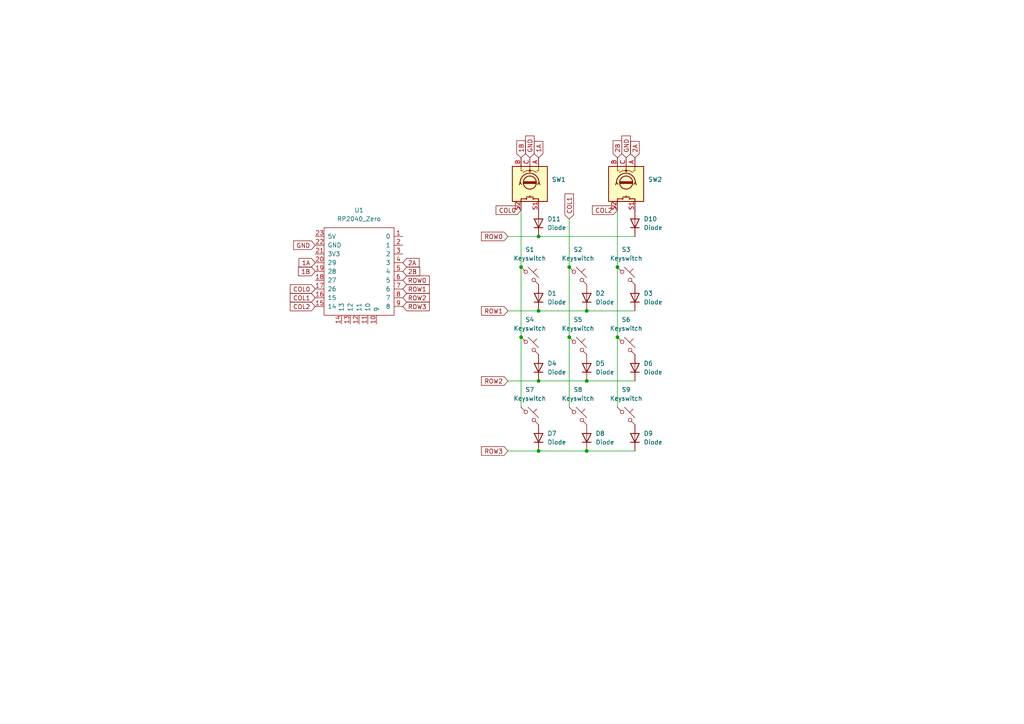
<source format=kicad_sch>
(kicad_sch
	(version 20231120)
	(generator "eeschema")
	(generator_version "8.0")
	(uuid "8ac33a8f-59a1-4c35-bc2f-29c6f39ea870")
	(paper "A4")
	(lib_symbols
		(symbol "Device:RotaryEncoder_Switch"
			(pin_names
				(offset 0.254) hide)
			(exclude_from_sim no)
			(in_bom yes)
			(on_board yes)
			(property "Reference" "SW"
				(at 0 6.604 0)
				(effects
					(font
						(size 1.27 1.27)
					)
				)
			)
			(property "Value" "RotaryEncoder_Switch"
				(at 0 -6.604 0)
				(effects
					(font
						(size 1.27 1.27)
					)
				)
			)
			(property "Footprint" ""
				(at -3.81 4.064 0)
				(effects
					(font
						(size 1.27 1.27)
					)
					(hide yes)
				)
			)
			(property "Datasheet" "~"
				(at 0 6.604 0)
				(effects
					(font
						(size 1.27 1.27)
					)
					(hide yes)
				)
			)
			(property "Description" "Rotary encoder, dual channel, incremental quadrate outputs, with switch"
				(at 0 0 0)
				(effects
					(font
						(size 1.27 1.27)
					)
					(hide yes)
				)
			)
			(property "ki_keywords" "rotary switch encoder switch push button"
				(at 0 0 0)
				(effects
					(font
						(size 1.27 1.27)
					)
					(hide yes)
				)
			)
			(property "ki_fp_filters" "RotaryEncoder*Switch*"
				(at 0 0 0)
				(effects
					(font
						(size 1.27 1.27)
					)
					(hide yes)
				)
			)
			(symbol "RotaryEncoder_Switch_0_1"
				(rectangle
					(start -5.08 5.08)
					(end 5.08 -5.08)
					(stroke
						(width 0.254)
						(type default)
					)
					(fill
						(type background)
					)
				)
				(circle
					(center -3.81 0)
					(radius 0.254)
					(stroke
						(width 0)
						(type default)
					)
					(fill
						(type outline)
					)
				)
				(circle
					(center -0.381 0)
					(radius 1.905)
					(stroke
						(width 0.254)
						(type default)
					)
					(fill
						(type none)
					)
				)
				(arc
					(start -0.381 2.667)
					(mid -3.0988 -0.0635)
					(end -0.381 -2.794)
					(stroke
						(width 0.254)
						(type default)
					)
					(fill
						(type none)
					)
				)
				(polyline
					(pts
						(xy -0.635 -1.778) (xy -0.635 1.778)
					)
					(stroke
						(width 0.254)
						(type default)
					)
					(fill
						(type none)
					)
				)
				(polyline
					(pts
						(xy -0.381 -1.778) (xy -0.381 1.778)
					)
					(stroke
						(width 0.254)
						(type default)
					)
					(fill
						(type none)
					)
				)
				(polyline
					(pts
						(xy -0.127 1.778) (xy -0.127 -1.778)
					)
					(stroke
						(width 0.254)
						(type default)
					)
					(fill
						(type none)
					)
				)
				(polyline
					(pts
						(xy 3.81 0) (xy 3.429 0)
					)
					(stroke
						(width 0.254)
						(type default)
					)
					(fill
						(type none)
					)
				)
				(polyline
					(pts
						(xy 3.81 1.016) (xy 3.81 -1.016)
					)
					(stroke
						(width 0.254)
						(type default)
					)
					(fill
						(type none)
					)
				)
				(polyline
					(pts
						(xy -5.08 -2.54) (xy -3.81 -2.54) (xy -3.81 -2.032)
					)
					(stroke
						(width 0)
						(type default)
					)
					(fill
						(type none)
					)
				)
				(polyline
					(pts
						(xy -5.08 2.54) (xy -3.81 2.54) (xy -3.81 2.032)
					)
					(stroke
						(width 0)
						(type default)
					)
					(fill
						(type none)
					)
				)
				(polyline
					(pts
						(xy 0.254 -3.048) (xy -0.508 -2.794) (xy 0.127 -2.413)
					)
					(stroke
						(width 0.254)
						(type default)
					)
					(fill
						(type none)
					)
				)
				(polyline
					(pts
						(xy 0.254 2.921) (xy -0.508 2.667) (xy 0.127 2.286)
					)
					(stroke
						(width 0.254)
						(type default)
					)
					(fill
						(type none)
					)
				)
				(polyline
					(pts
						(xy 5.08 -2.54) (xy 4.318 -2.54) (xy 4.318 -1.016)
					)
					(stroke
						(width 0.254)
						(type default)
					)
					(fill
						(type none)
					)
				)
				(polyline
					(pts
						(xy 5.08 2.54) (xy 4.318 2.54) (xy 4.318 1.016)
					)
					(stroke
						(width 0.254)
						(type default)
					)
					(fill
						(type none)
					)
				)
				(polyline
					(pts
						(xy -5.08 0) (xy -3.81 0) (xy -3.81 -1.016) (xy -3.302 -2.032)
					)
					(stroke
						(width 0)
						(type default)
					)
					(fill
						(type none)
					)
				)
				(polyline
					(pts
						(xy -4.318 0) (xy -3.81 0) (xy -3.81 1.016) (xy -3.302 2.032)
					)
					(stroke
						(width 0)
						(type default)
					)
					(fill
						(type none)
					)
				)
				(circle
					(center 4.318 -1.016)
					(radius 0.127)
					(stroke
						(width 0.254)
						(type default)
					)
					(fill
						(type none)
					)
				)
				(circle
					(center 4.318 1.016)
					(radius 0.127)
					(stroke
						(width 0.254)
						(type default)
					)
					(fill
						(type none)
					)
				)
			)
			(symbol "RotaryEncoder_Switch_1_1"
				(pin passive line
					(at -7.62 2.54 0)
					(length 2.54)
					(name "A"
						(effects
							(font
								(size 1.27 1.27)
							)
						)
					)
					(number "A"
						(effects
							(font
								(size 1.27 1.27)
							)
						)
					)
				)
				(pin passive line
					(at -7.62 -2.54 0)
					(length 2.54)
					(name "B"
						(effects
							(font
								(size 1.27 1.27)
							)
						)
					)
					(number "B"
						(effects
							(font
								(size 1.27 1.27)
							)
						)
					)
				)
				(pin passive line
					(at -7.62 0 0)
					(length 2.54)
					(name "C"
						(effects
							(font
								(size 1.27 1.27)
							)
						)
					)
					(number "C"
						(effects
							(font
								(size 1.27 1.27)
							)
						)
					)
				)
				(pin passive line
					(at 7.62 2.54 180)
					(length 2.54)
					(name "S1"
						(effects
							(font
								(size 1.27 1.27)
							)
						)
					)
					(number "S1"
						(effects
							(font
								(size 1.27 1.27)
							)
						)
					)
				)
				(pin passive line
					(at 7.62 -2.54 180)
					(length 2.54)
					(name "S2"
						(effects
							(font
								(size 1.27 1.27)
							)
						)
					)
					(number "S2"
						(effects
							(font
								(size 1.27 1.27)
							)
						)
					)
				)
			)
		)
		(symbol "ScottoKeebs:MCU_RP2040_Zero"
			(pin_names
				(offset 1.016)
			)
			(exclude_from_sim no)
			(in_bom yes)
			(on_board yes)
			(property "Reference" "U"
				(at 0 15.24 0)
				(effects
					(font
						(size 1.27 1.27)
					)
				)
			)
			(property "Value" "RP2040_Zero"
				(at 0 12.7 0)
				(effects
					(font
						(size 1.27 1.27)
					)
				)
			)
			(property "Footprint" "ScottoKeebs_MCU:RP2040_Zero"
				(at -8.89 5.08 0)
				(effects
					(font
						(size 1.27 1.27)
					)
					(hide yes)
				)
			)
			(property "Datasheet" ""
				(at -8.89 5.08 0)
				(effects
					(font
						(size 1.27 1.27)
					)
					(hide yes)
				)
			)
			(property "Description" ""
				(at 0 0 0)
				(effects
					(font
						(size 1.27 1.27)
					)
					(hide yes)
				)
			)
			(symbol "MCU_RP2040_Zero_0_1"
				(rectangle
					(start -10.16 11.43)
					(end 10.16 -13.97)
					(stroke
						(width 0)
						(type default)
					)
					(fill
						(type none)
					)
				)
			)
			(symbol "MCU_RP2040_Zero_1_1"
				(pin bidirectional line
					(at 12.7 8.89 180)
					(length 2.54)
					(name "0"
						(effects
							(font
								(size 1.27 1.27)
							)
						)
					)
					(number "1"
						(effects
							(font
								(size 1.27 1.27)
							)
						)
					)
				)
				(pin bidirectional line
					(at 5.08 -16.51 90)
					(length 2.54)
					(name "9"
						(effects
							(font
								(size 1.27 1.27)
							)
						)
					)
					(number "10"
						(effects
							(font
								(size 1.27 1.27)
							)
						)
					)
				)
				(pin bidirectional line
					(at 2.54 -16.51 90)
					(length 2.54)
					(name "10"
						(effects
							(font
								(size 1.27 1.27)
							)
						)
					)
					(number "11"
						(effects
							(font
								(size 1.27 1.27)
							)
						)
					)
				)
				(pin bidirectional line
					(at 0 -16.51 90)
					(length 2.54)
					(name "11"
						(effects
							(font
								(size 1.27 1.27)
							)
						)
					)
					(number "12"
						(effects
							(font
								(size 1.27 1.27)
							)
						)
					)
				)
				(pin bidirectional line
					(at -2.54 -16.51 90)
					(length 2.54)
					(name "12"
						(effects
							(font
								(size 1.27 1.27)
							)
						)
					)
					(number "13"
						(effects
							(font
								(size 1.27 1.27)
							)
						)
					)
				)
				(pin bidirectional line
					(at -5.08 -16.51 90)
					(length 2.54)
					(name "13"
						(effects
							(font
								(size 1.27 1.27)
							)
						)
					)
					(number "14"
						(effects
							(font
								(size 1.27 1.27)
							)
						)
					)
				)
				(pin bidirectional line
					(at -12.7 -11.43 0)
					(length 2.54)
					(name "14"
						(effects
							(font
								(size 1.27 1.27)
							)
						)
					)
					(number "15"
						(effects
							(font
								(size 1.27 1.27)
							)
						)
					)
				)
				(pin bidirectional line
					(at -12.7 -8.89 0)
					(length 2.54)
					(name "15"
						(effects
							(font
								(size 1.27 1.27)
							)
						)
					)
					(number "16"
						(effects
							(font
								(size 1.27 1.27)
							)
						)
					)
				)
				(pin bidirectional line
					(at -12.7 -6.35 0)
					(length 2.54)
					(name "26"
						(effects
							(font
								(size 1.27 1.27)
							)
						)
					)
					(number "17"
						(effects
							(font
								(size 1.27 1.27)
							)
						)
					)
				)
				(pin bidirectional line
					(at -12.7 -3.81 0)
					(length 2.54)
					(name "27"
						(effects
							(font
								(size 1.27 1.27)
							)
						)
					)
					(number "18"
						(effects
							(font
								(size 1.27 1.27)
							)
						)
					)
				)
				(pin bidirectional line
					(at -12.7 -1.27 0)
					(length 2.54)
					(name "28"
						(effects
							(font
								(size 1.27 1.27)
							)
						)
					)
					(number "19"
						(effects
							(font
								(size 1.27 1.27)
							)
						)
					)
				)
				(pin bidirectional line
					(at 12.7 6.35 180)
					(length 2.54)
					(name "1"
						(effects
							(font
								(size 1.27 1.27)
							)
						)
					)
					(number "2"
						(effects
							(font
								(size 1.27 1.27)
							)
						)
					)
				)
				(pin bidirectional line
					(at -12.7 1.27 0)
					(length 2.54)
					(name "29"
						(effects
							(font
								(size 1.27 1.27)
							)
						)
					)
					(number "20"
						(effects
							(font
								(size 1.27 1.27)
							)
						)
					)
				)
				(pin power_out line
					(at -12.7 3.81 0)
					(length 2.54)
					(name "3V3"
						(effects
							(font
								(size 1.27 1.27)
							)
						)
					)
					(number "21"
						(effects
							(font
								(size 1.27 1.27)
							)
						)
					)
				)
				(pin power_out line
					(at -12.7 6.35 0)
					(length 2.54)
					(name "GND"
						(effects
							(font
								(size 1.27 1.27)
							)
						)
					)
					(number "22"
						(effects
							(font
								(size 1.27 1.27)
							)
						)
					)
				)
				(pin power_out line
					(at -12.7 8.89 0)
					(length 2.54)
					(name "5V"
						(effects
							(font
								(size 1.27 1.27)
							)
						)
					)
					(number "23"
						(effects
							(font
								(size 1.27 1.27)
							)
						)
					)
				)
				(pin bidirectional line
					(at 12.7 3.81 180)
					(length 2.54)
					(name "2"
						(effects
							(font
								(size 1.27 1.27)
							)
						)
					)
					(number "3"
						(effects
							(font
								(size 1.27 1.27)
							)
						)
					)
				)
				(pin bidirectional line
					(at 12.7 1.27 180)
					(length 2.54)
					(name "3"
						(effects
							(font
								(size 1.27 1.27)
							)
						)
					)
					(number "4"
						(effects
							(font
								(size 1.27 1.27)
							)
						)
					)
				)
				(pin bidirectional line
					(at 12.7 -1.27 180)
					(length 2.54)
					(name "4"
						(effects
							(font
								(size 1.27 1.27)
							)
						)
					)
					(number "5"
						(effects
							(font
								(size 1.27 1.27)
							)
						)
					)
				)
				(pin bidirectional line
					(at 12.7 -3.81 180)
					(length 2.54)
					(name "5"
						(effects
							(font
								(size 1.27 1.27)
							)
						)
					)
					(number "6"
						(effects
							(font
								(size 1.27 1.27)
							)
						)
					)
				)
				(pin bidirectional line
					(at 12.7 -6.35 180)
					(length 2.54)
					(name "6"
						(effects
							(font
								(size 1.27 1.27)
							)
						)
					)
					(number "7"
						(effects
							(font
								(size 1.27 1.27)
							)
						)
					)
				)
				(pin bidirectional line
					(at 12.7 -8.89 180)
					(length 2.54)
					(name "7"
						(effects
							(font
								(size 1.27 1.27)
							)
						)
					)
					(number "8"
						(effects
							(font
								(size 1.27 1.27)
							)
						)
					)
				)
				(pin bidirectional line
					(at 12.7 -11.43 180)
					(length 2.54)
					(name "8"
						(effects
							(font
								(size 1.27 1.27)
							)
						)
					)
					(number "9"
						(effects
							(font
								(size 1.27 1.27)
							)
						)
					)
				)
			)
		)
		(symbol "ScottoKeebs:Placeholder_Diode"
			(pin_numbers hide)
			(pin_names hide)
			(exclude_from_sim no)
			(in_bom yes)
			(on_board yes)
			(property "Reference" "D"
				(at 0 2.54 0)
				(effects
					(font
						(size 1.27 1.27)
					)
				)
			)
			(property "Value" "Diode"
				(at 0 -2.54 0)
				(effects
					(font
						(size 1.27 1.27)
					)
				)
			)
			(property "Footprint" ""
				(at 0 0 0)
				(effects
					(font
						(size 1.27 1.27)
					)
					(hide yes)
				)
			)
			(property "Datasheet" ""
				(at 0 0 0)
				(effects
					(font
						(size 1.27 1.27)
					)
					(hide yes)
				)
			)
			(property "Description" "1N4148 (DO-35) or 1N4148W (SOD-123)"
				(at 0 0 0)
				(effects
					(font
						(size 1.27 1.27)
					)
					(hide yes)
				)
			)
			(property "Sim.Device" "D"
				(at 0 0 0)
				(effects
					(font
						(size 1.27 1.27)
					)
					(hide yes)
				)
			)
			(property "Sim.Pins" "1=K 2=A"
				(at 0 0 0)
				(effects
					(font
						(size 1.27 1.27)
					)
					(hide yes)
				)
			)
			(property "ki_keywords" "diode"
				(at 0 0 0)
				(effects
					(font
						(size 1.27 1.27)
					)
					(hide yes)
				)
			)
			(property "ki_fp_filters" "D*DO?35*"
				(at 0 0 0)
				(effects
					(font
						(size 1.27 1.27)
					)
					(hide yes)
				)
			)
			(symbol "Placeholder_Diode_0_1"
				(polyline
					(pts
						(xy -1.27 1.27) (xy -1.27 -1.27)
					)
					(stroke
						(width 0.254)
						(type default)
					)
					(fill
						(type none)
					)
				)
				(polyline
					(pts
						(xy 1.27 0) (xy -1.27 0)
					)
					(stroke
						(width 0)
						(type default)
					)
					(fill
						(type none)
					)
				)
				(polyline
					(pts
						(xy 1.27 1.27) (xy 1.27 -1.27) (xy -1.27 0) (xy 1.27 1.27)
					)
					(stroke
						(width 0.254)
						(type default)
					)
					(fill
						(type none)
					)
				)
			)
			(symbol "Placeholder_Diode_1_1"
				(pin passive line
					(at -3.81 0 0)
					(length 2.54)
					(name "K"
						(effects
							(font
								(size 1.27 1.27)
							)
						)
					)
					(number "1"
						(effects
							(font
								(size 1.27 1.27)
							)
						)
					)
				)
				(pin passive line
					(at 3.81 0 180)
					(length 2.54)
					(name "A"
						(effects
							(font
								(size 1.27 1.27)
							)
						)
					)
					(number "2"
						(effects
							(font
								(size 1.27 1.27)
							)
						)
					)
				)
			)
		)
		(symbol "ScottoKeebs:Placeholder_Keyswitch"
			(pin_numbers hide)
			(pin_names
				(offset 1.016) hide)
			(exclude_from_sim no)
			(in_bom yes)
			(on_board yes)
			(property "Reference" "S"
				(at 3.048 1.016 0)
				(effects
					(font
						(size 1.27 1.27)
					)
					(justify left)
				)
			)
			(property "Value" "Keyswitch"
				(at 0 -3.81 0)
				(effects
					(font
						(size 1.27 1.27)
					)
				)
			)
			(property "Footprint" ""
				(at 0 0 0)
				(effects
					(font
						(size 1.27 1.27)
					)
					(hide yes)
				)
			)
			(property "Datasheet" "~"
				(at 0 0 0)
				(effects
					(font
						(size 1.27 1.27)
					)
					(hide yes)
				)
			)
			(property "Description" "Push button switch, normally open, two pins, 45° tilted"
				(at 0 0 0)
				(effects
					(font
						(size 1.27 1.27)
					)
					(hide yes)
				)
			)
			(property "ki_keywords" "switch normally-open pushbutton push-button"
				(at 0 0 0)
				(effects
					(font
						(size 1.27 1.27)
					)
					(hide yes)
				)
			)
			(symbol "Placeholder_Keyswitch_0_1"
				(circle
					(center -1.1684 1.1684)
					(radius 0.508)
					(stroke
						(width 0)
						(type default)
					)
					(fill
						(type none)
					)
				)
				(polyline
					(pts
						(xy -0.508 2.54) (xy 2.54 -0.508)
					)
					(stroke
						(width 0)
						(type default)
					)
					(fill
						(type none)
					)
				)
				(polyline
					(pts
						(xy 1.016 1.016) (xy 2.032 2.032)
					)
					(stroke
						(width 0)
						(type default)
					)
					(fill
						(type none)
					)
				)
				(polyline
					(pts
						(xy -2.54 2.54) (xy -1.524 1.524) (xy -1.524 1.524)
					)
					(stroke
						(width 0)
						(type default)
					)
					(fill
						(type none)
					)
				)
				(polyline
					(pts
						(xy 1.524 -1.524) (xy 2.54 -2.54) (xy 2.54 -2.54) (xy 2.54 -2.54)
					)
					(stroke
						(width 0)
						(type default)
					)
					(fill
						(type none)
					)
				)
				(circle
					(center 1.143 -1.1938)
					(radius 0.508)
					(stroke
						(width 0)
						(type default)
					)
					(fill
						(type none)
					)
				)
				(pin passive line
					(at -2.54 2.54 0)
					(length 0)
					(name "1"
						(effects
							(font
								(size 1.27 1.27)
							)
						)
					)
					(number "1"
						(effects
							(font
								(size 1.27 1.27)
							)
						)
					)
				)
				(pin passive line
					(at 2.54 -2.54 180)
					(length 0)
					(name "2"
						(effects
							(font
								(size 1.27 1.27)
							)
						)
					)
					(number "2"
						(effects
							(font
								(size 1.27 1.27)
							)
						)
					)
				)
			)
		)
	)
	(junction
		(at 151.13 77.47)
		(diameter 0)
		(color 0 0 0 0)
		(uuid "0c89da9c-b99f-4092-863d-1fea42435486")
	)
	(junction
		(at 179.07 97.79)
		(diameter 0)
		(color 0 0 0 0)
		(uuid "1dc961e6-18d7-432e-9b82-9f0b1f82d8e1")
	)
	(junction
		(at 179.07 77.47)
		(diameter 0)
		(color 0 0 0 0)
		(uuid "1fcfac2b-6680-4464-bc68-d7663e932ec1")
	)
	(junction
		(at 170.18 90.17)
		(diameter 0)
		(color 0 0 0 0)
		(uuid "352cc7f4-d00a-4e0b-9279-2560089a5278")
	)
	(junction
		(at 156.21 110.49)
		(diameter 0)
		(color 0 0 0 0)
		(uuid "4de6acc5-f0ac-4537-b55d-02c07fbc0b8a")
	)
	(junction
		(at 170.18 110.49)
		(diameter 0)
		(color 0 0 0 0)
		(uuid "52416acf-7f20-4d21-8d75-e91550ef0f26")
	)
	(junction
		(at 156.21 90.17)
		(diameter 0)
		(color 0 0 0 0)
		(uuid "62dde297-e47c-4e7f-9591-4fba7b48c778")
	)
	(junction
		(at 151.13 97.79)
		(diameter 0)
		(color 0 0 0 0)
		(uuid "6af50dc9-374d-4563-949c-bf5c8aed99e1")
	)
	(junction
		(at 165.1 77.47)
		(diameter 0)
		(color 0 0 0 0)
		(uuid "7f5db804-b9be-4b21-bf01-bc470a94ac9e")
	)
	(junction
		(at 165.1 97.79)
		(diameter 0)
		(color 0 0 0 0)
		(uuid "a2e3ac0b-e238-4993-92cc-a57f7fc84e6d")
	)
	(junction
		(at 170.18 130.81)
		(diameter 0)
		(color 0 0 0 0)
		(uuid "a685f46b-1356-4990-be11-1c99aa805a65")
	)
	(junction
		(at 156.21 130.81)
		(diameter 0)
		(color 0 0 0 0)
		(uuid "bdbf0801-ebce-4afb-b920-6c5ff653e9c3")
	)
	(junction
		(at 156.21 68.58)
		(diameter 0)
		(color 0 0 0 0)
		(uuid "e506966a-27a7-42a0-8de2-21f6206b5116")
	)
	(wire
		(pts
			(xy 179.07 77.47) (xy 179.07 97.79)
		)
		(stroke
			(width 0)
			(type default)
		)
		(uuid "089ff98f-398e-4038-8a4d-e4a57b0266ab")
	)
	(wire
		(pts
			(xy 147.32 130.81) (xy 156.21 130.81)
		)
		(stroke
			(width 0)
			(type default)
		)
		(uuid "26a100c0-f0f3-471c-b405-1691627cbd95")
	)
	(wire
		(pts
			(xy 147.32 68.58) (xy 156.21 68.58)
		)
		(stroke
			(width 0)
			(type default)
		)
		(uuid "31568b41-754a-4627-ab84-93cc0d7e408e")
	)
	(wire
		(pts
			(xy 151.13 60.96) (xy 151.13 77.47)
		)
		(stroke
			(width 0)
			(type default)
		)
		(uuid "39c7491b-e132-4db9-87de-8bc1b166e47f")
	)
	(wire
		(pts
			(xy 156.21 130.81) (xy 170.18 130.81)
		)
		(stroke
			(width 0)
			(type default)
		)
		(uuid "478c4847-9793-42c5-b9d2-1ba4a5b6a460")
	)
	(wire
		(pts
			(xy 151.13 77.47) (xy 151.13 97.79)
		)
		(stroke
			(width 0)
			(type default)
		)
		(uuid "4a2636cb-9d4b-4c07-8663-8189f3d1a59e")
	)
	(wire
		(pts
			(xy 156.21 110.49) (xy 170.18 110.49)
		)
		(stroke
			(width 0)
			(type default)
		)
		(uuid "7e21c99b-72a6-4050-84d1-7232ccfcef94")
	)
	(wire
		(pts
			(xy 165.1 77.47) (xy 165.1 97.79)
		)
		(stroke
			(width 0)
			(type default)
		)
		(uuid "801ea3db-7e70-470f-9be4-81608d06f674")
	)
	(wire
		(pts
			(xy 179.07 97.79) (xy 179.07 118.11)
		)
		(stroke
			(width 0)
			(type default)
		)
		(uuid "83b899ce-350e-4830-bde4-36892c652fb1")
	)
	(wire
		(pts
			(xy 165.1 97.79) (xy 165.1 118.11)
		)
		(stroke
			(width 0)
			(type default)
		)
		(uuid "86d7a3e2-cdd4-4fc0-b345-4aa53639fca4")
	)
	(wire
		(pts
			(xy 147.32 90.17) (xy 156.21 90.17)
		)
		(stroke
			(width 0)
			(type default)
		)
		(uuid "9008f112-9887-4ced-aaf3-21a3742e74c7")
	)
	(wire
		(pts
			(xy 151.13 97.79) (xy 151.13 118.11)
		)
		(stroke
			(width 0)
			(type default)
		)
		(uuid "a1edafb7-ba95-472c-af6f-b7eb75325953")
	)
	(wire
		(pts
			(xy 156.21 68.58) (xy 184.15 68.58)
		)
		(stroke
			(width 0)
			(type default)
		)
		(uuid "b932500b-3675-49b3-8264-c230d065a558")
	)
	(wire
		(pts
			(xy 156.21 90.17) (xy 170.18 90.17)
		)
		(stroke
			(width 0)
			(type default)
		)
		(uuid "bdb4157b-d5c0-401d-adf4-f387fe208e0a")
	)
	(wire
		(pts
			(xy 170.18 110.49) (xy 184.15 110.49)
		)
		(stroke
			(width 0)
			(type default)
		)
		(uuid "ce035a15-0971-488a-ada2-86f819945c3c")
	)
	(wire
		(pts
			(xy 147.32 110.49) (xy 156.21 110.49)
		)
		(stroke
			(width 0)
			(type default)
		)
		(uuid "d5d86076-43ac-4197-95ee-57a437f241b4")
	)
	(wire
		(pts
			(xy 170.18 90.17) (xy 184.15 90.17)
		)
		(stroke
			(width 0)
			(type default)
		)
		(uuid "e9d15088-55c3-410c-91f4-ec071248d795")
	)
	(wire
		(pts
			(xy 165.1 63.5) (xy 165.1 77.47)
		)
		(stroke
			(width 0)
			(type default)
		)
		(uuid "ebf8f0b9-4b94-45f9-a0c0-6055b82ebb30")
	)
	(wire
		(pts
			(xy 179.07 60.96) (xy 179.07 77.47)
		)
		(stroke
			(width 0)
			(type default)
		)
		(uuid "ec29cbb0-ce72-4afb-b920-d663b12e6329")
	)
	(wire
		(pts
			(xy 170.18 130.81) (xy 184.15 130.81)
		)
		(stroke
			(width 0)
			(type default)
		)
		(uuid "fa271d5a-8c62-4f19-972a-b758637f26fa")
	)
	(global_label "2A"
		(shape input)
		(at 116.84 76.2 0)
		(fields_autoplaced yes)
		(effects
			(font
				(size 1.27 1.27)
			)
			(justify left)
		)
		(uuid "010fd782-e113-4262-a49b-7a6bbd449d12")
		(property "Intersheetrefs" "${INTERSHEET_REFS}"
			(at 122.1233 76.2 0)
			(effects
				(font
					(size 1.27 1.27)
				)
				(justify left)
				(hide yes)
			)
		)
	)
	(global_label "ROW1"
		(shape input)
		(at 147.32 90.17 180)
		(fields_autoplaced yes)
		(effects
			(font
				(size 1.27 1.27)
			)
			(justify right)
		)
		(uuid "02c01b49-8ef0-4325-8567-ec93e5d1db0c")
		(property "Intersheetrefs" "${INTERSHEET_REFS}"
			(at 139.0734 90.17 0)
			(effects
				(font
					(size 1.27 1.27)
				)
				(justify right)
				(hide yes)
			)
		)
	)
	(global_label "GND"
		(shape input)
		(at 91.44 71.12 180)
		(fields_autoplaced yes)
		(effects
			(font
				(size 1.27 1.27)
			)
			(justify right)
		)
		(uuid "088636bc-a346-4814-861b-1279786ebe89")
		(property "Intersheetrefs" "${INTERSHEET_REFS}"
			(at 84.5843 71.12 0)
			(effects
				(font
					(size 1.27 1.27)
				)
				(justify right)
				(hide yes)
			)
		)
	)
	(global_label "ROW3"
		(shape input)
		(at 147.32 130.81 180)
		(fields_autoplaced yes)
		(effects
			(font
				(size 1.27 1.27)
			)
			(justify right)
		)
		(uuid "0db46ca3-5937-40aa-9d40-278d21b414fb")
		(property "Intersheetrefs" "${INTERSHEET_REFS}"
			(at 139.0734 130.81 0)
			(effects
				(font
					(size 1.27 1.27)
				)
				(justify right)
				(hide yes)
			)
		)
	)
	(global_label "GND"
		(shape input)
		(at 153.67 45.72 90)
		(fields_autoplaced yes)
		(effects
			(font
				(size 1.27 1.27)
			)
			(justify left)
		)
		(uuid "103767f8-7923-4451-9bcc-141c38bbca0c")
		(property "Intersheetrefs" "${INTERSHEET_REFS}"
			(at 153.67 38.8643 90)
			(effects
				(font
					(size 1.27 1.27)
				)
				(justify left)
				(hide yes)
			)
		)
	)
	(global_label "ROW3"
		(shape input)
		(at 116.84 88.9 0)
		(fields_autoplaced yes)
		(effects
			(font
				(size 1.27 1.27)
			)
			(justify left)
		)
		(uuid "248c9187-bee1-4c73-9c01-e227c91a9d95")
		(property "Intersheetrefs" "${INTERSHEET_REFS}"
			(at 125.0866 88.9 0)
			(effects
				(font
					(size 1.27 1.27)
				)
				(justify left)
				(hide yes)
			)
		)
	)
	(global_label "1A"
		(shape input)
		(at 91.44 76.2 180)
		(fields_autoplaced yes)
		(effects
			(font
				(size 1.27 1.27)
			)
			(justify right)
		)
		(uuid "3e50cef2-118e-4b87-9f08-5e75cfe7ebb6")
		(property "Intersheetrefs" "${INTERSHEET_REFS}"
			(at 86.1567 76.2 0)
			(effects
				(font
					(size 1.27 1.27)
				)
				(justify right)
				(hide yes)
			)
		)
	)
	(global_label "COL1"
		(shape input)
		(at 91.44 86.36 180)
		(fields_autoplaced yes)
		(effects
			(font
				(size 1.27 1.27)
			)
			(justify right)
		)
		(uuid "48f21913-9e70-473e-914e-0156573c4689")
		(property "Intersheetrefs" "${INTERSHEET_REFS}"
			(at 83.6167 86.36 0)
			(effects
				(font
					(size 1.27 1.27)
				)
				(justify right)
				(hide yes)
			)
		)
	)
	(global_label "COL2"
		(shape input)
		(at 179.07 60.96 180)
		(fields_autoplaced yes)
		(effects
			(font
				(size 1.27 1.27)
			)
			(justify right)
		)
		(uuid "50bd58f1-b4e2-4de3-ac1b-cdca0e1bc1dc")
		(property "Intersheetrefs" "${INTERSHEET_REFS}"
			(at 171.2467 60.96 0)
			(effects
				(font
					(size 1.27 1.27)
				)
				(justify right)
				(hide yes)
			)
		)
	)
	(global_label "COL0"
		(shape input)
		(at 91.44 83.82 180)
		(fields_autoplaced yes)
		(effects
			(font
				(size 1.27 1.27)
			)
			(justify right)
		)
		(uuid "54480a03-d063-448d-84e6-52b2e4038698")
		(property "Intersheetrefs" "${INTERSHEET_REFS}"
			(at 83.6167 83.82 0)
			(effects
				(font
					(size 1.27 1.27)
				)
				(justify right)
				(hide yes)
			)
		)
	)
	(global_label "ROW1"
		(shape input)
		(at 116.84 83.82 0)
		(fields_autoplaced yes)
		(effects
			(font
				(size 1.27 1.27)
			)
			(justify left)
		)
		(uuid "55328740-1ef9-4843-acc7-dc4509e5fe46")
		(property "Intersheetrefs" "${INTERSHEET_REFS}"
			(at 125.0866 83.82 0)
			(effects
				(font
					(size 1.27 1.27)
				)
				(justify left)
				(hide yes)
			)
		)
	)
	(global_label "GND"
		(shape input)
		(at 181.61 45.72 90)
		(fields_autoplaced yes)
		(effects
			(font
				(size 1.27 1.27)
			)
			(justify left)
		)
		(uuid "5dcd37d6-f5c7-4caf-a49b-63469fbef4ff")
		(property "Intersheetrefs" "${INTERSHEET_REFS}"
			(at 181.61 38.8643 90)
			(effects
				(font
					(size 1.27 1.27)
				)
				(justify left)
				(hide yes)
			)
		)
	)
	(global_label "COL2"
		(shape input)
		(at 91.44 88.9 180)
		(fields_autoplaced yes)
		(effects
			(font
				(size 1.27 1.27)
			)
			(justify right)
		)
		(uuid "6c31f4d0-d9c8-4173-be3b-ed6a798b3169")
		(property "Intersheetrefs" "${INTERSHEET_REFS}"
			(at 83.6167 88.9 0)
			(effects
				(font
					(size 1.27 1.27)
				)
				(justify right)
				(hide yes)
			)
		)
	)
	(global_label "1B"
		(shape input)
		(at 91.44 78.74 180)
		(fields_autoplaced yes)
		(effects
			(font
				(size 1.27 1.27)
			)
			(justify right)
		)
		(uuid "868b39ea-d8da-4e37-9151-c06ca658911c")
		(property "Intersheetrefs" "${INTERSHEET_REFS}"
			(at 85.9753 78.74 0)
			(effects
				(font
					(size 1.27 1.27)
				)
				(justify right)
				(hide yes)
			)
		)
	)
	(global_label "COL0"
		(shape input)
		(at 151.13 60.96 180)
		(fields_autoplaced yes)
		(effects
			(font
				(size 1.27 1.27)
			)
			(justify right)
		)
		(uuid "91a95806-a0d0-4076-93d6-b54839f15afa")
		(property "Intersheetrefs" "${INTERSHEET_REFS}"
			(at 143.3067 60.96 0)
			(effects
				(font
					(size 1.27 1.27)
				)
				(justify right)
				(hide yes)
			)
		)
	)
	(global_label "2A"
		(shape input)
		(at 184.15 45.72 90)
		(fields_autoplaced yes)
		(effects
			(font
				(size 1.27 1.27)
			)
			(justify left)
		)
		(uuid "aedbe968-d7a9-484b-84c6-2d3f9375a3de")
		(property "Intersheetrefs" "${INTERSHEET_REFS}"
			(at 184.15 40.4367 90)
			(effects
				(font
					(size 1.27 1.27)
				)
				(justify left)
				(hide yes)
			)
		)
	)
	(global_label "ROW2"
		(shape input)
		(at 116.84 86.36 0)
		(fields_autoplaced yes)
		(effects
			(font
				(size 1.27 1.27)
			)
			(justify left)
		)
		(uuid "b726f9b0-63be-457d-97ba-7f62dbcb9212")
		(property "Intersheetrefs" "${INTERSHEET_REFS}"
			(at 125.0866 86.36 0)
			(effects
				(font
					(size 1.27 1.27)
				)
				(justify left)
				(hide yes)
			)
		)
	)
	(global_label "COL1"
		(shape input)
		(at 165.1 63.5 90)
		(fields_autoplaced yes)
		(effects
			(font
				(size 1.27 1.27)
			)
			(justify left)
		)
		(uuid "b8d4592d-2e3f-4ead-80ef-d948fc1468b9")
		(property "Intersheetrefs" "${INTERSHEET_REFS}"
			(at 165.1 55.6767 90)
			(effects
				(font
					(size 1.27 1.27)
				)
				(justify left)
				(hide yes)
			)
		)
	)
	(global_label "ROW0"
		(shape input)
		(at 116.84 81.28 0)
		(fields_autoplaced yes)
		(effects
			(font
				(size 1.27 1.27)
			)
			(justify left)
		)
		(uuid "cb9e3c65-3d96-46d4-a191-d61682ccfbb9")
		(property "Intersheetrefs" "${INTERSHEET_REFS}"
			(at 125.0866 81.28 0)
			(effects
				(font
					(size 1.27 1.27)
				)
				(justify left)
				(hide yes)
			)
		)
	)
	(global_label "1A"
		(shape input)
		(at 156.21 45.72 90)
		(fields_autoplaced yes)
		(effects
			(font
				(size 1.27 1.27)
			)
			(justify left)
		)
		(uuid "d0526bc3-147b-4884-8ff3-015d829d49c0")
		(property "Intersheetrefs" "${INTERSHEET_REFS}"
			(at 156.21 40.4367 90)
			(effects
				(font
					(size 1.27 1.27)
				)
				(justify left)
				(hide yes)
			)
		)
	)
	(global_label "ROW2"
		(shape input)
		(at 147.32 110.49 180)
		(fields_autoplaced yes)
		(effects
			(font
				(size 1.27 1.27)
			)
			(justify right)
		)
		(uuid "e2ae8203-e767-4805-8cca-fa28d3a5be27")
		(property "Intersheetrefs" "${INTERSHEET_REFS}"
			(at 139.0734 110.49 0)
			(effects
				(font
					(size 1.27 1.27)
				)
				(justify right)
				(hide yes)
			)
		)
	)
	(global_label "1B"
		(shape input)
		(at 151.13 45.72 90)
		(fields_autoplaced yes)
		(effects
			(font
				(size 1.27 1.27)
			)
			(justify left)
		)
		(uuid "f0126c36-0c5d-4b9b-9983-4976e3fba539")
		(property "Intersheetrefs" "${INTERSHEET_REFS}"
			(at 151.13 40.2553 90)
			(effects
				(font
					(size 1.27 1.27)
				)
				(justify left)
				(hide yes)
			)
		)
	)
	(global_label "2B"
		(shape input)
		(at 116.84 78.74 0)
		(fields_autoplaced yes)
		(effects
			(font
				(size 1.27 1.27)
			)
			(justify left)
		)
		(uuid "f185acf2-5cf4-4a50-a8fb-fb2093cd5a5c")
		(property "Intersheetrefs" "${INTERSHEET_REFS}"
			(at 122.3047 78.74 0)
			(effects
				(font
					(size 1.27 1.27)
				)
				(justify left)
				(hide yes)
			)
		)
	)
	(global_label "ROW0"
		(shape input)
		(at 147.32 68.58 180)
		(fields_autoplaced yes)
		(effects
			(font
				(size 1.27 1.27)
			)
			(justify right)
		)
		(uuid "f3ddb069-7b8a-48bd-b9d3-8acddc9b654d")
		(property "Intersheetrefs" "${INTERSHEET_REFS}"
			(at 139.0734 68.58 0)
			(effects
				(font
					(size 1.27 1.27)
				)
				(justify right)
				(hide yes)
			)
		)
	)
	(global_label "2B"
		(shape input)
		(at 179.07 45.72 90)
		(fields_autoplaced yes)
		(effects
			(font
				(size 1.27 1.27)
			)
			(justify left)
		)
		(uuid "fa0072aa-85c1-4689-9148-1a58943e109c")
		(property "Intersheetrefs" "${INTERSHEET_REFS}"
			(at 179.07 40.2553 90)
			(effects
				(font
					(size 1.27 1.27)
				)
				(justify left)
				(hide yes)
			)
		)
	)
	(symbol
		(lib_id "Device:RotaryEncoder_Switch")
		(at 153.67 53.34 270)
		(unit 1)
		(exclude_from_sim no)
		(in_bom yes)
		(on_board yes)
		(dnp no)
		(fields_autoplaced yes)
		(uuid "0df66f17-faef-45c5-a8e2-28d253eda627")
		(property "Reference" "SW1"
			(at 160.02 52.0699 90)
			(effects
				(font
					(size 1.27 1.27)
				)
				(justify left)
			)
		)
		(property "Value" "RotaryEncoder_Switch"
			(at 160.02 54.6099 90)
			(effects
				(font
					(size 1.27 1.27)
				)
				(justify left)
				(hide yes)
			)
		)
		(property "Footprint" "Rotary_Encoder:RotaryEncoder_Alps_EC11E-Switch_Vertical_H20mm"
			(at 157.734 49.53 0)
			(effects
				(font
					(size 1.27 1.27)
				)
				(hide yes)
			)
		)
		(property "Datasheet" "~"
			(at 160.274 53.34 0)
			(effects
				(font
					(size 1.27 1.27)
				)
				(hide yes)
			)
		)
		(property "Description" "Rotary encoder, dual channel, incremental quadrate outputs, with switch"
			(at 153.67 53.34 0)
			(effects
				(font
					(size 1.27 1.27)
				)
				(hide yes)
			)
		)
		(pin "C"
			(uuid "b07ca55c-bf69-4ddc-8157-ff4a178fd31e")
		)
		(pin "S1"
			(uuid "3ff0b005-7672-4720-8523-5a9d621c91f8")
		)
		(pin "S2"
			(uuid "75b162e0-fcd2-430a-ac3f-1726bf2f8e7f")
		)
		(pin "B"
			(uuid "5b0fe8c4-5741-4442-aa8b-fd679c1b8cb2")
		)
		(pin "A"
			(uuid "c3ef5b48-0967-4cb4-a66e-84384d138dca")
		)
		(instances
			(project "3x3DIYM"
				(path "/8ac33a8f-59a1-4c35-bc2f-29c6f39ea870"
					(reference "SW1")
					(unit 1)
				)
			)
		)
	)
	(symbol
		(lib_id "ScottoKeebs:Placeholder_Diode")
		(at 184.15 64.77 90)
		(unit 1)
		(exclude_from_sim no)
		(in_bom yes)
		(on_board yes)
		(dnp no)
		(fields_autoplaced yes)
		(uuid "0e4d673c-c4d7-41ff-b60d-42b6465fb67a")
		(property "Reference" "D10"
			(at 186.69 63.4999 90)
			(effects
				(font
					(size 1.27 1.27)
				)
				(justify right)
			)
		)
		(property "Value" "Diode"
			(at 186.69 66.0399 90)
			(effects
				(font
					(size 1.27 1.27)
				)
				(justify right)
			)
		)
		(property "Footprint" "ScottoKeebs_Components:Diode_SOD-123"
			(at 184.15 64.77 0)
			(effects
				(font
					(size 1.27 1.27)
				)
				(hide yes)
			)
		)
		(property "Datasheet" ""
			(at 184.15 64.77 0)
			(effects
				(font
					(size 1.27 1.27)
				)
				(hide yes)
			)
		)
		(property "Description" "1N4148 (DO-35) or 1N4148W (SOD-123)"
			(at 184.15 64.77 0)
			(effects
				(font
					(size 1.27 1.27)
				)
				(hide yes)
			)
		)
		(property "Sim.Device" "D"
			(at 184.15 64.77 0)
			(effects
				(font
					(size 1.27 1.27)
				)
				(hide yes)
			)
		)
		(property "Sim.Pins" "1=K 2=A"
			(at 184.15 64.77 0)
			(effects
				(font
					(size 1.27 1.27)
				)
				(hide yes)
			)
		)
		(pin "1"
			(uuid "dc6f0c83-dfaf-4aee-b9c8-140daca24fe6")
		)
		(pin "2"
			(uuid "8f5bcb87-b440-481f-9760-b5941df3542a")
		)
		(instances
			(project "3x3DIYM"
				(path "/8ac33a8f-59a1-4c35-bc2f-29c6f39ea870"
					(reference "D10")
					(unit 1)
				)
			)
		)
	)
	(symbol
		(lib_id "ScottoKeebs:Placeholder_Keyswitch")
		(at 181.61 120.65 0)
		(unit 1)
		(exclude_from_sim no)
		(in_bom yes)
		(on_board yes)
		(dnp no)
		(fields_autoplaced yes)
		(uuid "273edf78-5faf-48f5-bc34-70f76b9f241a")
		(property "Reference" "S9"
			(at 181.61 113.03 0)
			(effects
				(font
					(size 1.27 1.27)
				)
			)
		)
		(property "Value" "Keyswitch"
			(at 181.61 115.57 0)
			(effects
				(font
					(size 1.27 1.27)
				)
			)
		)
		(property "Footprint" "ScottoKeebs_Hotswap:Hotswap_MX_1.00u"
			(at 181.61 120.65 0)
			(effects
				(font
					(size 1.27 1.27)
				)
				(hide yes)
			)
		)
		(property "Datasheet" "~"
			(at 181.61 120.65 0)
			(effects
				(font
					(size 1.27 1.27)
				)
				(hide yes)
			)
		)
		(property "Description" "Push button switch, normally open, two pins, 45° tilted"
			(at 181.61 120.65 0)
			(effects
				(font
					(size 1.27 1.27)
				)
				(hide yes)
			)
		)
		(pin "2"
			(uuid "ebea85c3-2569-4714-ad22-ed71e4c3cd0b")
		)
		(pin "1"
			(uuid "12014735-9423-4a48-84b8-2a17e7cd4280")
		)
		(instances
			(project "3x3DIYM"
				(path "/8ac33a8f-59a1-4c35-bc2f-29c6f39ea870"
					(reference "S9")
					(unit 1)
				)
			)
		)
	)
	(symbol
		(lib_id "ScottoKeebs:Placeholder_Diode")
		(at 156.21 127 90)
		(unit 1)
		(exclude_from_sim no)
		(in_bom yes)
		(on_board yes)
		(dnp no)
		(fields_autoplaced yes)
		(uuid "2aec301c-3726-4ed4-b626-86c58ef4325f")
		(property "Reference" "D7"
			(at 158.75 125.7299 90)
			(effects
				(font
					(size 1.27 1.27)
				)
				(justify right)
			)
		)
		(property "Value" "Diode"
			(at 158.75 128.2699 90)
			(effects
				(font
					(size 1.27 1.27)
				)
				(justify right)
			)
		)
		(property "Footprint" "ScottoKeebs_Components:Diode_SOD-123"
			(at 156.21 127 0)
			(effects
				(font
					(size 1.27 1.27)
				)
				(hide yes)
			)
		)
		(property "Datasheet" ""
			(at 156.21 127 0)
			(effects
				(font
					(size 1.27 1.27)
				)
				(hide yes)
			)
		)
		(property "Description" "1N4148 (DO-35) or 1N4148W (SOD-123)"
			(at 156.21 127 0)
			(effects
				(font
					(size 1.27 1.27)
				)
				(hide yes)
			)
		)
		(property "Sim.Device" "D"
			(at 156.21 127 0)
			(effects
				(font
					(size 1.27 1.27)
				)
				(hide yes)
			)
		)
		(property "Sim.Pins" "1=K 2=A"
			(at 156.21 127 0)
			(effects
				(font
					(size 1.27 1.27)
				)
				(hide yes)
			)
		)
		(pin "1"
			(uuid "07cfec14-2ca8-4cfb-823f-68a7f16dd003")
		)
		(pin "2"
			(uuid "b2146516-1331-4393-9288-d9eff2ea8d7d")
		)
		(instances
			(project "3x3DIYM"
				(path "/8ac33a8f-59a1-4c35-bc2f-29c6f39ea870"
					(reference "D7")
					(unit 1)
				)
			)
		)
	)
	(symbol
		(lib_id "ScottoKeebs:Placeholder_Keyswitch")
		(at 167.64 80.01 0)
		(unit 1)
		(exclude_from_sim no)
		(in_bom yes)
		(on_board yes)
		(dnp no)
		(fields_autoplaced yes)
		(uuid "662565a3-f9b8-4a67-aa0c-b3cfb0be189f")
		(property "Reference" "S2"
			(at 167.64 72.39 0)
			(effects
				(font
					(size 1.27 1.27)
				)
			)
		)
		(property "Value" "Keyswitch"
			(at 167.64 74.93 0)
			(effects
				(font
					(size 1.27 1.27)
				)
			)
		)
		(property "Footprint" "ScottoKeebs_Hotswap:Hotswap_MX_1.00u"
			(at 167.64 80.01 0)
			(effects
				(font
					(size 1.27 1.27)
				)
				(hide yes)
			)
		)
		(property "Datasheet" "~"
			(at 167.64 80.01 0)
			(effects
				(font
					(size 1.27 1.27)
				)
				(hide yes)
			)
		)
		(property "Description" "Push button switch, normally open, two pins, 45° tilted"
			(at 167.64 80.01 0)
			(effects
				(font
					(size 1.27 1.27)
				)
				(hide yes)
			)
		)
		(pin "2"
			(uuid "4d6a08c4-1c28-403b-bcd2-9c854b71c826")
		)
		(pin "1"
			(uuid "30c0cf05-c805-406a-947e-19fb1b8bce96")
		)
		(instances
			(project "3x3DIYM"
				(path "/8ac33a8f-59a1-4c35-bc2f-29c6f39ea870"
					(reference "S2")
					(unit 1)
				)
			)
		)
	)
	(symbol
		(lib_id "ScottoKeebs:Placeholder_Diode")
		(at 184.15 106.68 90)
		(unit 1)
		(exclude_from_sim no)
		(in_bom yes)
		(on_board yes)
		(dnp no)
		(fields_autoplaced yes)
		(uuid "6a7da702-f116-4843-a86e-63d9e0793d01")
		(property "Reference" "D6"
			(at 186.69 105.4099 90)
			(effects
				(font
					(size 1.27 1.27)
				)
				(justify right)
			)
		)
		(property "Value" "Diode"
			(at 186.69 107.9499 90)
			(effects
				(font
					(size 1.27 1.27)
				)
				(justify right)
			)
		)
		(property "Footprint" "ScottoKeebs_Components:Diode_SOD-123"
			(at 184.15 106.68 0)
			(effects
				(font
					(size 1.27 1.27)
				)
				(hide yes)
			)
		)
		(property "Datasheet" ""
			(at 184.15 106.68 0)
			(effects
				(font
					(size 1.27 1.27)
				)
				(hide yes)
			)
		)
		(property "Description" "1N4148 (DO-35) or 1N4148W (SOD-123)"
			(at 184.15 106.68 0)
			(effects
				(font
					(size 1.27 1.27)
				)
				(hide yes)
			)
		)
		(property "Sim.Device" "D"
			(at 184.15 106.68 0)
			(effects
				(font
					(size 1.27 1.27)
				)
				(hide yes)
			)
		)
		(property "Sim.Pins" "1=K 2=A"
			(at 184.15 106.68 0)
			(effects
				(font
					(size 1.27 1.27)
				)
				(hide yes)
			)
		)
		(pin "1"
			(uuid "51e1d8cd-dfba-4ec3-8568-a11641a5b708")
		)
		(pin "2"
			(uuid "f6a2b7e1-1b65-43a8-9192-b878af238edf")
		)
		(instances
			(project "3x3DIYM"
				(path "/8ac33a8f-59a1-4c35-bc2f-29c6f39ea870"
					(reference "D6")
					(unit 1)
				)
			)
		)
	)
	(symbol
		(lib_id "ScottoKeebs:Placeholder_Keyswitch")
		(at 153.67 120.65 0)
		(unit 1)
		(exclude_from_sim no)
		(in_bom yes)
		(on_board yes)
		(dnp no)
		(fields_autoplaced yes)
		(uuid "6aaefd32-37b7-4df1-b1cb-2d6632e968be")
		(property "Reference" "S7"
			(at 153.67 113.03 0)
			(effects
				(font
					(size 1.27 1.27)
				)
			)
		)
		(property "Value" "Keyswitch"
			(at 153.67 115.57 0)
			(effects
				(font
					(size 1.27 1.27)
				)
			)
		)
		(property "Footprint" "ScottoKeebs_Hotswap:Hotswap_MX_1.00u"
			(at 153.67 120.65 0)
			(effects
				(font
					(size 1.27 1.27)
				)
				(hide yes)
			)
		)
		(property "Datasheet" "~"
			(at 153.67 120.65 0)
			(effects
				(font
					(size 1.27 1.27)
				)
				(hide yes)
			)
		)
		(property "Description" "Push button switch, normally open, two pins, 45° tilted"
			(at 153.67 120.65 0)
			(effects
				(font
					(size 1.27 1.27)
				)
				(hide yes)
			)
		)
		(pin "2"
			(uuid "8f044bd0-7d32-41da-8f8a-baff2324d695")
		)
		(pin "1"
			(uuid "493c278d-41b0-4b0e-832b-ff9fa1e3ef69")
		)
		(instances
			(project "3x3DIYM"
				(path "/8ac33a8f-59a1-4c35-bc2f-29c6f39ea870"
					(reference "S7")
					(unit 1)
				)
			)
		)
	)
	(symbol
		(lib_id "Device:RotaryEncoder_Switch")
		(at 181.61 53.34 270)
		(unit 1)
		(exclude_from_sim no)
		(in_bom yes)
		(on_board yes)
		(dnp no)
		(fields_autoplaced yes)
		(uuid "81fd8b75-bc57-4d7a-98d7-17abafb98463")
		(property "Reference" "SW2"
			(at 187.96 52.0699 90)
			(effects
				(font
					(size 1.27 1.27)
				)
				(justify left)
			)
		)
		(property "Value" "RotaryEncoder_Switch"
			(at 187.96 54.6099 90)
			(effects
				(font
					(size 1.27 1.27)
				)
				(justify left)
				(hide yes)
			)
		)
		(property "Footprint" "Rotary_Encoder:RotaryEncoder_Alps_EC11E-Switch_Vertical_H20mm"
			(at 185.674 49.53 0)
			(effects
				(font
					(size 1.27 1.27)
				)
				(hide yes)
			)
		)
		(property "Datasheet" "~"
			(at 188.214 53.34 0)
			(effects
				(font
					(size 1.27 1.27)
				)
				(hide yes)
			)
		)
		(property "Description" "Rotary encoder, dual channel, incremental quadrate outputs, with switch"
			(at 181.61 53.34 0)
			(effects
				(font
					(size 1.27 1.27)
				)
				(hide yes)
			)
		)
		(pin "C"
			(uuid "1f9a1529-dfb0-44d2-bb67-c084903127ed")
		)
		(pin "S1"
			(uuid "2c5c05aa-3f86-4f09-8e43-66f85f6cb9ad")
		)
		(pin "S2"
			(uuid "22fb2951-561c-4d25-998a-482ffe94b715")
		)
		(pin "B"
			(uuid "656c6c1d-2bd6-46a2-9d8b-758c94d50b38")
		)
		(pin "A"
			(uuid "d5afefc1-cf99-47df-8ba0-a2324994d0f2")
		)
		(instances
			(project "3x3DIYM"
				(path "/8ac33a8f-59a1-4c35-bc2f-29c6f39ea870"
					(reference "SW2")
					(unit 1)
				)
			)
		)
	)
	(symbol
		(lib_id "ScottoKeebs:Placeholder_Diode")
		(at 184.15 127 90)
		(unit 1)
		(exclude_from_sim no)
		(in_bom yes)
		(on_board yes)
		(dnp no)
		(fields_autoplaced yes)
		(uuid "836cbf5d-99ce-4203-a0ce-356ba3e401e2")
		(property "Reference" "D9"
			(at 186.69 125.7299 90)
			(effects
				(font
					(size 1.27 1.27)
				)
				(justify right)
			)
		)
		(property "Value" "Diode"
			(at 186.69 128.2699 90)
			(effects
				(font
					(size 1.27 1.27)
				)
				(justify right)
			)
		)
		(property "Footprint" "ScottoKeebs_Components:Diode_SOD-123"
			(at 184.15 127 0)
			(effects
				(font
					(size 1.27 1.27)
				)
				(hide yes)
			)
		)
		(property "Datasheet" ""
			(at 184.15 127 0)
			(effects
				(font
					(size 1.27 1.27)
				)
				(hide yes)
			)
		)
		(property "Description" "1N4148 (DO-35) or 1N4148W (SOD-123)"
			(at 184.15 127 0)
			(effects
				(font
					(size 1.27 1.27)
				)
				(hide yes)
			)
		)
		(property "Sim.Device" "D"
			(at 184.15 127 0)
			(effects
				(font
					(size 1.27 1.27)
				)
				(hide yes)
			)
		)
		(property "Sim.Pins" "1=K 2=A"
			(at 184.15 127 0)
			(effects
				(font
					(size 1.27 1.27)
				)
				(hide yes)
			)
		)
		(pin "1"
			(uuid "35d0a337-867e-4fba-9912-c08ec80f2751")
		)
		(pin "2"
			(uuid "bd73ece6-d26f-4233-b673-798d4e2594ab")
		)
		(instances
			(project "3x3DIYM"
				(path "/8ac33a8f-59a1-4c35-bc2f-29c6f39ea870"
					(reference "D9")
					(unit 1)
				)
			)
		)
	)
	(symbol
		(lib_id "ScottoKeebs:Placeholder_Diode")
		(at 156.21 64.77 90)
		(unit 1)
		(exclude_from_sim no)
		(in_bom yes)
		(on_board yes)
		(dnp no)
		(fields_autoplaced yes)
		(uuid "8f607d71-4b09-4297-b023-187eeda146e1")
		(property "Reference" "D11"
			(at 158.75 63.4999 90)
			(effects
				(font
					(size 1.27 1.27)
				)
				(justify right)
			)
		)
		(property "Value" "Diode"
			(at 158.75 66.0399 90)
			(effects
				(font
					(size 1.27 1.27)
				)
				(justify right)
			)
		)
		(property "Footprint" "ScottoKeebs_Components:Diode_SOD-123"
			(at 156.21 64.77 0)
			(effects
				(font
					(size 1.27 1.27)
				)
				(hide yes)
			)
		)
		(property "Datasheet" ""
			(at 156.21 64.77 0)
			(effects
				(font
					(size 1.27 1.27)
				)
				(hide yes)
			)
		)
		(property "Description" "1N4148 (DO-35) or 1N4148W (SOD-123)"
			(at 156.21 64.77 0)
			(effects
				(font
					(size 1.27 1.27)
				)
				(hide yes)
			)
		)
		(property "Sim.Device" "D"
			(at 156.21 64.77 0)
			(effects
				(font
					(size 1.27 1.27)
				)
				(hide yes)
			)
		)
		(property "Sim.Pins" "1=K 2=A"
			(at 156.21 64.77 0)
			(effects
				(font
					(size 1.27 1.27)
				)
				(hide yes)
			)
		)
		(pin "1"
			(uuid "6b8d235f-6e48-4084-a343-1a7b5edc833b")
		)
		(pin "2"
			(uuid "a66ef0de-416e-4909-ae1b-521d43e4944b")
		)
		(instances
			(project "3x3DIYM"
				(path "/8ac33a8f-59a1-4c35-bc2f-29c6f39ea870"
					(reference "D11")
					(unit 1)
				)
			)
		)
	)
	(symbol
		(lib_id "ScottoKeebs:Placeholder_Diode")
		(at 184.15 86.36 90)
		(unit 1)
		(exclude_from_sim no)
		(in_bom yes)
		(on_board yes)
		(dnp no)
		(fields_autoplaced yes)
		(uuid "9be351f2-816e-4603-9cf2-0fd618644b1c")
		(property "Reference" "D3"
			(at 186.69 85.0899 90)
			(effects
				(font
					(size 1.27 1.27)
				)
				(justify right)
			)
		)
		(property "Value" "Diode"
			(at 186.69 87.6299 90)
			(effects
				(font
					(size 1.27 1.27)
				)
				(justify right)
			)
		)
		(property "Footprint" "ScottoKeebs_Components:Diode_SOD-123"
			(at 184.15 86.36 0)
			(effects
				(font
					(size 1.27 1.27)
				)
				(hide yes)
			)
		)
		(property "Datasheet" ""
			(at 184.15 86.36 0)
			(effects
				(font
					(size 1.27 1.27)
				)
				(hide yes)
			)
		)
		(property "Description" "1N4148 (DO-35) or 1N4148W (SOD-123)"
			(at 184.15 86.36 0)
			(effects
				(font
					(size 1.27 1.27)
				)
				(hide yes)
			)
		)
		(property "Sim.Device" "D"
			(at 184.15 86.36 0)
			(effects
				(font
					(size 1.27 1.27)
				)
				(hide yes)
			)
		)
		(property "Sim.Pins" "1=K 2=A"
			(at 184.15 86.36 0)
			(effects
				(font
					(size 1.27 1.27)
				)
				(hide yes)
			)
		)
		(pin "1"
			(uuid "cb89807f-d6c3-424c-8b35-db1cd55aa120")
		)
		(pin "2"
			(uuid "cdffa392-3834-4a30-abb2-99eca73df872")
		)
		(instances
			(project "3x3DIYM"
				(path "/8ac33a8f-59a1-4c35-bc2f-29c6f39ea870"
					(reference "D3")
					(unit 1)
				)
			)
		)
	)
	(symbol
		(lib_id "ScottoKeebs:Placeholder_Keyswitch")
		(at 181.61 100.33 0)
		(unit 1)
		(exclude_from_sim no)
		(in_bom yes)
		(on_board yes)
		(dnp no)
		(fields_autoplaced yes)
		(uuid "a0cf1904-acaf-4854-9aca-50f582779d75")
		(property "Reference" "S6"
			(at 181.61 92.71 0)
			(effects
				(font
					(size 1.27 1.27)
				)
			)
		)
		(property "Value" "Keyswitch"
			(at 181.61 95.25 0)
			(effects
				(font
					(size 1.27 1.27)
				)
			)
		)
		(property "Footprint" "ScottoKeebs_Hotswap:Hotswap_MX_1.00u"
			(at 181.61 100.33 0)
			(effects
				(font
					(size 1.27 1.27)
				)
				(hide yes)
			)
		)
		(property "Datasheet" "~"
			(at 181.61 100.33 0)
			(effects
				(font
					(size 1.27 1.27)
				)
				(hide yes)
			)
		)
		(property "Description" "Push button switch, normally open, two pins, 45° tilted"
			(at 181.61 100.33 0)
			(effects
				(font
					(size 1.27 1.27)
				)
				(hide yes)
			)
		)
		(pin "2"
			(uuid "1ab8ed00-766f-4514-b40c-5c06de54855b")
		)
		(pin "1"
			(uuid "4c6d338b-04f3-44ff-97c2-b85e0295f1f0")
		)
		(instances
			(project "3x3DIYM"
				(path "/8ac33a8f-59a1-4c35-bc2f-29c6f39ea870"
					(reference "S6")
					(unit 1)
				)
			)
		)
	)
	(symbol
		(lib_id "ScottoKeebs:Placeholder_Diode")
		(at 156.21 86.36 90)
		(unit 1)
		(exclude_from_sim no)
		(in_bom yes)
		(on_board yes)
		(dnp no)
		(fields_autoplaced yes)
		(uuid "a5d7896f-4ca7-412d-a84e-c68e724f1aa6")
		(property "Reference" "D1"
			(at 158.75 85.0899 90)
			(effects
				(font
					(size 1.27 1.27)
				)
				(justify right)
			)
		)
		(property "Value" "Diode"
			(at 158.75 87.6299 90)
			(effects
				(font
					(size 1.27 1.27)
				)
				(justify right)
			)
		)
		(property "Footprint" "ScottoKeebs_Components:Diode_SOD-123"
			(at 156.21 86.36 0)
			(effects
				(font
					(size 1.27 1.27)
				)
				(hide yes)
			)
		)
		(property "Datasheet" ""
			(at 156.21 86.36 0)
			(effects
				(font
					(size 1.27 1.27)
				)
				(hide yes)
			)
		)
		(property "Description" "1N4148 (DO-35) or 1N4148W (SOD-123)"
			(at 156.21 86.36 0)
			(effects
				(font
					(size 1.27 1.27)
				)
				(hide yes)
			)
		)
		(property "Sim.Device" "D"
			(at 156.21 86.36 0)
			(effects
				(font
					(size 1.27 1.27)
				)
				(hide yes)
			)
		)
		(property "Sim.Pins" "1=K 2=A"
			(at 156.21 86.36 0)
			(effects
				(font
					(size 1.27 1.27)
				)
				(hide yes)
			)
		)
		(pin "1"
			(uuid "332828b4-3693-4451-92b0-b44c3316938c")
		)
		(pin "2"
			(uuid "acca01df-a3ca-49ec-a281-2648507a286d")
		)
		(instances
			(project "3x3DIYM"
				(path "/8ac33a8f-59a1-4c35-bc2f-29c6f39ea870"
					(reference "D1")
					(unit 1)
				)
			)
		)
	)
	(symbol
		(lib_id "ScottoKeebs:Placeholder_Keyswitch")
		(at 153.67 80.01 0)
		(unit 1)
		(exclude_from_sim no)
		(in_bom yes)
		(on_board yes)
		(dnp no)
		(fields_autoplaced yes)
		(uuid "b014dfbf-a65e-4399-b38a-738aa5459733")
		(property "Reference" "S1"
			(at 153.67 72.39 0)
			(effects
				(font
					(size 1.27 1.27)
				)
			)
		)
		(property "Value" "Keyswitch"
			(at 153.67 74.93 0)
			(effects
				(font
					(size 1.27 1.27)
				)
			)
		)
		(property "Footprint" "ScottoKeebs_Hotswap:Hotswap_MX_1.00u"
			(at 153.67 80.01 0)
			(effects
				(font
					(size 1.27 1.27)
				)
				(hide yes)
			)
		)
		(property "Datasheet" "~"
			(at 153.67 80.01 0)
			(effects
				(font
					(size 1.27 1.27)
				)
				(hide yes)
			)
		)
		(property "Description" "Push button switch, normally open, two pins, 45° tilted"
			(at 153.67 80.01 0)
			(effects
				(font
					(size 1.27 1.27)
				)
				(hide yes)
			)
		)
		(pin "2"
			(uuid "5b0c1b4f-608f-4683-ad04-78f605ab6d92")
		)
		(pin "1"
			(uuid "66d681f3-a823-46ce-8a76-2eee5a718ef8")
		)
		(instances
			(project "3x3DIYM"
				(path "/8ac33a8f-59a1-4c35-bc2f-29c6f39ea870"
					(reference "S1")
					(unit 1)
				)
			)
		)
	)
	(symbol
		(lib_id "ScottoKeebs:Placeholder_Diode")
		(at 170.18 86.36 90)
		(unit 1)
		(exclude_from_sim no)
		(in_bom yes)
		(on_board yes)
		(dnp no)
		(fields_autoplaced yes)
		(uuid "b43a0bbc-54cd-4d50-9160-1e21351a3bb1")
		(property "Reference" "D2"
			(at 172.72 85.0899 90)
			(effects
				(font
					(size 1.27 1.27)
				)
				(justify right)
			)
		)
		(property "Value" "Diode"
			(at 172.72 87.6299 90)
			(effects
				(font
					(size 1.27 1.27)
				)
				(justify right)
			)
		)
		(property "Footprint" "ScottoKeebs_Components:Diode_SOD-123"
			(at 170.18 86.36 0)
			(effects
				(font
					(size 1.27 1.27)
				)
				(hide yes)
			)
		)
		(property "Datasheet" ""
			(at 170.18 86.36 0)
			(effects
				(font
					(size 1.27 1.27)
				)
				(hide yes)
			)
		)
		(property "Description" "1N4148 (DO-35) or 1N4148W (SOD-123)"
			(at 170.18 86.36 0)
			(effects
				(font
					(size 1.27 1.27)
				)
				(hide yes)
			)
		)
		(property "Sim.Device" "D"
			(at 170.18 86.36 0)
			(effects
				(font
					(size 1.27 1.27)
				)
				(hide yes)
			)
		)
		(property "Sim.Pins" "1=K 2=A"
			(at 170.18 86.36 0)
			(effects
				(font
					(size 1.27 1.27)
				)
				(hide yes)
			)
		)
		(pin "1"
			(uuid "2a991d3d-6e7f-4801-ad7d-3925083406c3")
		)
		(pin "2"
			(uuid "ccacab69-2121-4657-8865-1331a2505b87")
		)
		(instances
			(project "3x3DIYM"
				(path "/8ac33a8f-59a1-4c35-bc2f-29c6f39ea870"
					(reference "D2")
					(unit 1)
				)
			)
		)
	)
	(symbol
		(lib_id "ScottoKeebs:Placeholder_Keyswitch")
		(at 167.64 120.65 0)
		(unit 1)
		(exclude_from_sim no)
		(in_bom yes)
		(on_board yes)
		(dnp no)
		(fields_autoplaced yes)
		(uuid "c3eaadb5-08b9-4724-bf6c-697148b92fe0")
		(property "Reference" "S8"
			(at 167.64 113.03 0)
			(effects
				(font
					(size 1.27 1.27)
				)
			)
		)
		(property "Value" "Keyswitch"
			(at 167.64 115.57 0)
			(effects
				(font
					(size 1.27 1.27)
				)
			)
		)
		(property "Footprint" "ScottoKeebs_Hotswap:Hotswap_MX_1.00u"
			(at 167.64 120.65 0)
			(effects
				(font
					(size 1.27 1.27)
				)
				(hide yes)
			)
		)
		(property "Datasheet" "~"
			(at 167.64 120.65 0)
			(effects
				(font
					(size 1.27 1.27)
				)
				(hide yes)
			)
		)
		(property "Description" "Push button switch, normally open, two pins, 45° tilted"
			(at 167.64 120.65 0)
			(effects
				(font
					(size 1.27 1.27)
				)
				(hide yes)
			)
		)
		(pin "2"
			(uuid "d60f5bb2-46dd-4a88-922f-7f9642f2eaa5")
		)
		(pin "1"
			(uuid "abbdde5a-42fc-4fd1-9466-3d8d223efa6c")
		)
		(instances
			(project "3x3DIYM"
				(path "/8ac33a8f-59a1-4c35-bc2f-29c6f39ea870"
					(reference "S8")
					(unit 1)
				)
			)
		)
	)
	(symbol
		(lib_id "ScottoKeebs:Placeholder_Diode")
		(at 156.21 106.68 90)
		(unit 1)
		(exclude_from_sim no)
		(in_bom yes)
		(on_board yes)
		(dnp no)
		(fields_autoplaced yes)
		(uuid "cef6de96-8078-4790-be77-1e1fa2b84dd3")
		(property "Reference" "D4"
			(at 158.75 105.4099 90)
			(effects
				(font
					(size 1.27 1.27)
				)
				(justify right)
			)
		)
		(property "Value" "Diode"
			(at 158.75 107.9499 90)
			(effects
				(font
					(size 1.27 1.27)
				)
				(justify right)
			)
		)
		(property "Footprint" "ScottoKeebs_Components:Diode_SOD-123"
			(at 156.21 106.68 0)
			(effects
				(font
					(size 1.27 1.27)
				)
				(hide yes)
			)
		)
		(property "Datasheet" ""
			(at 156.21 106.68 0)
			(effects
				(font
					(size 1.27 1.27)
				)
				(hide yes)
			)
		)
		(property "Description" "1N4148 (DO-35) or 1N4148W (SOD-123)"
			(at 156.21 106.68 0)
			(effects
				(font
					(size 1.27 1.27)
				)
				(hide yes)
			)
		)
		(property "Sim.Device" "D"
			(at 156.21 106.68 0)
			(effects
				(font
					(size 1.27 1.27)
				)
				(hide yes)
			)
		)
		(property "Sim.Pins" "1=K 2=A"
			(at 156.21 106.68 0)
			(effects
				(font
					(size 1.27 1.27)
				)
				(hide yes)
			)
		)
		(pin "1"
			(uuid "e1448bd1-aa60-4b7e-aeee-d3b6a3d184c3")
		)
		(pin "2"
			(uuid "0711ce8d-7f07-46bf-b608-c368ec6f1e48")
		)
		(instances
			(project "3x3DIYM"
				(path "/8ac33a8f-59a1-4c35-bc2f-29c6f39ea870"
					(reference "D4")
					(unit 1)
				)
			)
		)
	)
	(symbol
		(lib_id "ScottoKeebs:Placeholder_Diode")
		(at 170.18 106.68 90)
		(unit 1)
		(exclude_from_sim no)
		(in_bom yes)
		(on_board yes)
		(dnp no)
		(fields_autoplaced yes)
		(uuid "da349fe3-b733-4107-bf53-92ae1ee037ed")
		(property "Reference" "D5"
			(at 172.72 105.4099 90)
			(effects
				(font
					(size 1.27 1.27)
				)
				(justify right)
			)
		)
		(property "Value" "Diode"
			(at 172.72 107.9499 90)
			(effects
				(font
					(size 1.27 1.27)
				)
				(justify right)
			)
		)
		(property "Footprint" "ScottoKeebs_Components:Diode_SOD-123"
			(at 170.18 106.68 0)
			(effects
				(font
					(size 1.27 1.27)
				)
				(hide yes)
			)
		)
		(property "Datasheet" ""
			(at 170.18 106.68 0)
			(effects
				(font
					(size 1.27 1.27)
				)
				(hide yes)
			)
		)
		(property "Description" "1N4148 (DO-35) or 1N4148W (SOD-123)"
			(at 170.18 106.68 0)
			(effects
				(font
					(size 1.27 1.27)
				)
				(hide yes)
			)
		)
		(property "Sim.Device" "D"
			(at 170.18 106.68 0)
			(effects
				(font
					(size 1.27 1.27)
				)
				(hide yes)
			)
		)
		(property "Sim.Pins" "1=K 2=A"
			(at 170.18 106.68 0)
			(effects
				(font
					(size 1.27 1.27)
				)
				(hide yes)
			)
		)
		(pin "1"
			(uuid "35661b55-c8f9-4e7c-be38-b9bcd82ab892")
		)
		(pin "2"
			(uuid "bae65759-0f5d-4a0f-aac5-3260704c174d")
		)
		(instances
			(project "3x3DIYM"
				(path "/8ac33a8f-59a1-4c35-bc2f-29c6f39ea870"
					(reference "D5")
					(unit 1)
				)
			)
		)
	)
	(symbol
		(lib_id "ScottoKeebs:Placeholder_Keyswitch")
		(at 167.64 100.33 0)
		(unit 1)
		(exclude_from_sim no)
		(in_bom yes)
		(on_board yes)
		(dnp no)
		(fields_autoplaced yes)
		(uuid "de3bd63a-83b9-4573-80fb-d56c4903adad")
		(property "Reference" "S5"
			(at 167.64 92.71 0)
			(effects
				(font
					(size 1.27 1.27)
				)
			)
		)
		(property "Value" "Keyswitch"
			(at 167.64 95.25 0)
			(effects
				(font
					(size 1.27 1.27)
				)
			)
		)
		(property "Footprint" "ScottoKeebs_Hotswap:Hotswap_MX_1.00u"
			(at 167.64 100.33 0)
			(effects
				(font
					(size 1.27 1.27)
				)
				(hide yes)
			)
		)
		(property "Datasheet" "~"
			(at 167.64 100.33 0)
			(effects
				(font
					(size 1.27 1.27)
				)
				(hide yes)
			)
		)
		(property "Description" "Push button switch, normally open, two pins, 45° tilted"
			(at 167.64 100.33 0)
			(effects
				(font
					(size 1.27 1.27)
				)
				(hide yes)
			)
		)
		(pin "2"
			(uuid "9ae62b92-d6b5-4e98-80d2-c5aa341d7982")
		)
		(pin "1"
			(uuid "db8bcc3a-68aa-4d3b-ba33-6806dba92e36")
		)
		(instances
			(project "3x3DIYM"
				(path "/8ac33a8f-59a1-4c35-bc2f-29c6f39ea870"
					(reference "S5")
					(unit 1)
				)
			)
		)
	)
	(symbol
		(lib_id "ScottoKeebs:Placeholder_Keyswitch")
		(at 181.61 80.01 0)
		(unit 1)
		(exclude_from_sim no)
		(in_bom yes)
		(on_board yes)
		(dnp no)
		(fields_autoplaced yes)
		(uuid "e4d15e9a-2811-481a-8479-22240d403d33")
		(property "Reference" "S3"
			(at 181.61 72.39 0)
			(effects
				(font
					(size 1.27 1.27)
				)
			)
		)
		(property "Value" "Keyswitch"
			(at 181.61 74.93 0)
			(effects
				(font
					(size 1.27 1.27)
				)
			)
		)
		(property "Footprint" "ScottoKeebs_Hotswap:Hotswap_MX_1.00u"
			(at 181.61 80.01 0)
			(effects
				(font
					(size 1.27 1.27)
				)
				(hide yes)
			)
		)
		(property "Datasheet" "~"
			(at 181.61 80.01 0)
			(effects
				(font
					(size 1.27 1.27)
				)
				(hide yes)
			)
		)
		(property "Description" "Push button switch, normally open, two pins, 45° tilted"
			(at 181.61 80.01 0)
			(effects
				(font
					(size 1.27 1.27)
				)
				(hide yes)
			)
		)
		(pin "2"
			(uuid "e6f6d5dc-1188-4f4f-817b-8857c736b1de")
		)
		(pin "1"
			(uuid "9bb1d611-f124-4437-9cf2-da0aee36cd3d")
		)
		(instances
			(project "3x3DIYM"
				(path "/8ac33a8f-59a1-4c35-bc2f-29c6f39ea870"
					(reference "S3")
					(unit 1)
				)
			)
		)
	)
	(symbol
		(lib_id "ScottoKeebs:Placeholder_Keyswitch")
		(at 153.67 100.33 0)
		(unit 1)
		(exclude_from_sim no)
		(in_bom yes)
		(on_board yes)
		(dnp no)
		(fields_autoplaced yes)
		(uuid "ebc8dde0-1571-47d0-bb51-8b25ceb2d436")
		(property "Reference" "S4"
			(at 153.67 92.71 0)
			(effects
				(font
					(size 1.27 1.27)
				)
			)
		)
		(property "Value" "Keyswitch"
			(at 153.67 95.25 0)
			(effects
				(font
					(size 1.27 1.27)
				)
			)
		)
		(property "Footprint" "ScottoKeebs_Hotswap:Hotswap_MX_1.00u"
			(at 153.67 100.33 0)
			(effects
				(font
					(size 1.27 1.27)
				)
				(hide yes)
			)
		)
		(property "Datasheet" "~"
			(at 153.67 100.33 0)
			(effects
				(font
					(size 1.27 1.27)
				)
				(hide yes)
			)
		)
		(property "Description" "Push button switch, normally open, two pins, 45° tilted"
			(at 153.67 100.33 0)
			(effects
				(font
					(size 1.27 1.27)
				)
				(hide yes)
			)
		)
		(pin "2"
			(uuid "25a91739-77a5-4170-8fd4-d2b26bb2795d")
		)
		(pin "1"
			(uuid "111a0c67-58da-4b26-a216-02ebe3e634c4")
		)
		(instances
			(project "3x3DIYM"
				(path "/8ac33a8f-59a1-4c35-bc2f-29c6f39ea870"
					(reference "S4")
					(unit 1)
				)
			)
		)
	)
	(symbol
		(lib_id "ScottoKeebs:MCU_RP2040_Zero")
		(at 104.14 77.47 0)
		(unit 1)
		(exclude_from_sim no)
		(in_bom yes)
		(on_board yes)
		(dnp no)
		(fields_autoplaced yes)
		(uuid "fa875f75-f7dc-4caa-8bf9-9205124af082")
		(property "Reference" "U1"
			(at 104.14 60.96 0)
			(effects
				(font
					(size 1.27 1.27)
				)
			)
		)
		(property "Value" "RP2040_Zero"
			(at 104.14 63.5 0)
			(effects
				(font
					(size 1.27 1.27)
				)
			)
		)
		(property "Footprint" "ScottoKeebs_MCU:RP2040_Zero"
			(at 95.25 72.39 0)
			(effects
				(font
					(size 1.27 1.27)
				)
				(hide yes)
			)
		)
		(property "Datasheet" ""
			(at 95.25 72.39 0)
			(effects
				(font
					(size 1.27 1.27)
				)
				(hide yes)
			)
		)
		(property "Description" ""
			(at 104.14 77.47 0)
			(effects
				(font
					(size 1.27 1.27)
				)
				(hide yes)
			)
		)
		(pin "22"
			(uuid "0354013f-1edd-4408-a723-a056fd691110")
		)
		(pin "11"
			(uuid "482810f0-5266-4296-bfdc-033919c1071a")
		)
		(pin "16"
			(uuid "dd6b2749-43b2-41b2-b414-4170283afb04")
		)
		(pin "14"
			(uuid "4d8caa9d-0823-40c7-a20d-3cf7f03ae4c6")
		)
		(pin "21"
			(uuid "0403ffc7-72b5-42d3-888e-c4e9140d91b5")
		)
		(pin "13"
			(uuid "2eb52219-8d9a-4eec-8cdd-00bc21037e14")
		)
		(pin "2"
			(uuid "29e268ea-b05b-4809-be9f-d4d58068c5b9")
		)
		(pin "3"
			(uuid "943436ee-345d-47e4-8c34-8b6b88d7d2b8")
		)
		(pin "19"
			(uuid "040144dc-b8de-4faa-9031-125536b92005")
		)
		(pin "23"
			(uuid "c5c70510-4ba2-4064-8c9d-5567cb3f0ffd")
		)
		(pin "4"
			(uuid "95c4426b-b5ce-43b8-9a21-0ae7449ac80f")
		)
		(pin "10"
			(uuid "caf1bb1a-4fd9-45f3-a21e-a24d6cbbb8ce")
		)
		(pin "20"
			(uuid "cc03cfa5-7197-4523-bc5e-b42014c232f6")
		)
		(pin "9"
			(uuid "5db52c08-fd47-4ed6-a443-0560a6244b4c")
		)
		(pin "17"
			(uuid "61b78ee5-52fe-4281-b860-3d6f8202ab9d")
		)
		(pin "1"
			(uuid "d0d4cb91-fabc-428a-96ad-fa49a7aba1d1")
		)
		(pin "15"
			(uuid "be7f4880-7c62-4228-a612-e64b398b0e3a")
		)
		(pin "7"
			(uuid "edcaa9ef-c0f8-45ed-bd17-d66e4530a3a1")
		)
		(pin "8"
			(uuid "b06068ac-0f1a-4def-98c7-714c55ed4073")
		)
		(pin "18"
			(uuid "35efb133-26bb-4325-b61f-716628e92eae")
		)
		(pin "12"
			(uuid "83cbcbad-93ff-4cdc-a030-810dc30a669f")
		)
		(pin "5"
			(uuid "2dcef16d-4341-4041-ab6d-5c1e1d662c7b")
		)
		(pin "6"
			(uuid "be509ad1-98e7-401d-b08d-6528a6b2e00c")
		)
		(instances
			(project "3x3DIYM"
				(path "/8ac33a8f-59a1-4c35-bc2f-29c6f39ea870"
					(reference "U1")
					(unit 1)
				)
			)
		)
	)
	(symbol
		(lib_id "ScottoKeebs:Placeholder_Diode")
		(at 170.18 127 90)
		(unit 1)
		(exclude_from_sim no)
		(in_bom yes)
		(on_board yes)
		(dnp no)
		(fields_autoplaced yes)
		(uuid "ff9d0da2-c787-4439-8c0b-e95a93e41203")
		(property "Reference" "D8"
			(at 172.72 125.7299 90)
			(effects
				(font
					(size 1.27 1.27)
				)
				(justify right)
			)
		)
		(property "Value" "Diode"
			(at 172.72 128.2699 90)
			(effects
				(font
					(size 1.27 1.27)
				)
				(justify right)
			)
		)
		(property "Footprint" "ScottoKeebs_Components:Diode_SOD-123"
			(at 170.18 127 0)
			(effects
				(font
					(size 1.27 1.27)
				)
				(hide yes)
			)
		)
		(property "Datasheet" ""
			(at 170.18 127 0)
			(effects
				(font
					(size 1.27 1.27)
				)
				(hide yes)
			)
		)
		(property "Description" "1N4148 (DO-35) or 1N4148W (SOD-123)"
			(at 170.18 127 0)
			(effects
				(font
					(size 1.27 1.27)
				)
				(hide yes)
			)
		)
		(property "Sim.Device" "D"
			(at 170.18 127 0)
			(effects
				(font
					(size 1.27 1.27)
				)
				(hide yes)
			)
		)
		(property "Sim.Pins" "1=K 2=A"
			(at 170.18 127 0)
			(effects
				(font
					(size 1.27 1.27)
				)
				(hide yes)
			)
		)
		(pin "1"
			(uuid "4527e1b8-d408-405b-82da-126c38a5d475")
		)
		(pin "2"
			(uuid "7c36bdda-8d8f-4d68-9bb9-3040d276cb7f")
		)
		(instances
			(project "3x3DIYM"
				(path "/8ac33a8f-59a1-4c35-bc2f-29c6f39ea870"
					(reference "D8")
					(unit 1)
				)
			)
		)
	)
	(sheet_instances
		(path "/"
			(page "1")
		)
	)
)
</source>
